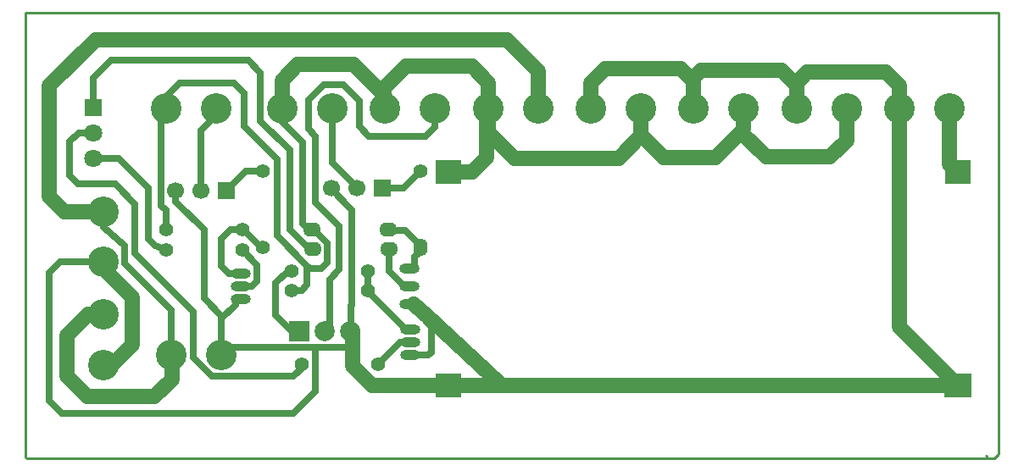
<source format=gbl>
%FSTAX23Y23*%
%MOIN*%
%SFA1B1*%

%IPPOS*%
%ADD12C,0.010000*%
%ADD32R,0.100000X0.092000*%
%ADD33R,0.106000X0.092000*%
%ADD34C,0.120000*%
%ADD35C,0.055118*%
%ADD36C,0.078740*%
%ADD37R,0.078740X0.078740*%
%ADD38O,0.078740X0.039370*%
%ADD39O,0.078740X0.039370*%
%ADD40C,0.070866*%
%ADD41R,0.070866X0.070866*%
%ADD42O,0.070866X0.055118*%
%ADD43O,0.055118X0.070866*%
%ADD44C,0.066929*%
%ADD45R,0.066929X0.066929*%
%ADD46C,0.027559*%
%ADD47C,0.059055*%
%ADD48C,0.060000*%
%LNpcb1-1*%
%LPD*%
G54D12*
X03766Y0285D02*
X0759D01*
X07591Y02849*
Y01111D02*
Y02849D01*
X07575Y01095D02*
X07591Y01111D01*
X03771Y01095D02*
X07575D01*
X03766Y011D02*
X03771Y01095D01*
X03766Y011D02*
Y0285D01*
X07541Y01106D02*
X07547Y011D01*
G54D32*
X07433Y02223D03*
X05427Y01382D03*
Y02223D03*
G54D33*
X07433Y01382D03*
G54D34*
X05376Y02472D03*
X05179D03*
X04971D03*
X04774D03*
X04515D03*
X04318D03*
X04071Y01661D03*
Y01464D03*
X04072Y0187D03*
Y02067D03*
X04535Y01502D03*
X04339D03*
X05989Y02472D03*
X06186D03*
X06393Y02471D03*
X0659D03*
X06798Y02472D03*
X06995D03*
X07203Y02473D03*
X074D03*
X05584Y02472D03*
X05781D03*
G54D35*
X04811Y01756D03*
X05111D03*
X04811Y01834D03*
X05111D03*
X05152Y01466D03*
X04852D03*
X05317Y02226D03*
X04317Y01997D03*
X04617D03*
X04699Y02227D03*
Y01927D03*
X04617Y01917D03*
X04317D03*
G54D36*
X05041Y01596D03*
X04941D03*
G54D37*
X04841Y01596D03*
G54D38*
X05279Y01601D03*
Y01501D03*
X05274Y01842D03*
Y01704D03*
X04613Y01822D03*
Y01722D03*
G54D39*
X05279Y01551D03*
X05274Y01773D03*
X04613Y01772D03*
G54D40*
X04032Y02377D03*
Y02277D03*
G54D41*
X04032Y02477D03*
G54D42*
X04893Y01997D03*
X05193D03*
X05194Y01918D03*
X04894D03*
G54D43*
X05317Y01926D03*
G54D44*
X04968Y0216D03*
X05068D03*
X04356Y0215D03*
X04456D03*
G54D45*
X05168Y0216D03*
X04556Y0215D03*
G54D46*
X04961Y02161D02*
X0505Y02072D01*
X04535Y01531D02*
X04905D01*
X03901Y0187D02*
X04072D01*
X03857Y01826D02*
X03901Y0187D01*
X03857Y01323D02*
Y01826D01*
X03972Y02176D02*
X04117D01*
X0394Y02208D02*
X03972Y02176D01*
X0394Y02208D02*
Y02341D01*
X03976Y02377D02*
X04032D01*
X0394Y02341D02*
X03976Y02377D01*
X04852Y0145D02*
Y01466D01*
X0482Y01418D02*
X04852Y0145D01*
X045Y01418D02*
X0482D01*
X05046Y016D02*
X05052D01*
X04905Y01531D02*
X05052D01*
X05046Y01696D02*
X0505Y017D01*
X05046Y016D02*
Y01696D01*
X05363Y01514D02*
Y01635D01*
X0535Y01501D02*
X05363Y01514D01*
X05279Y01501D02*
X0535D01*
X04756Y01971D02*
X04873Y01854D01*
X04756Y01971D02*
Y02271D01*
X04805Y01995D02*
Y02308D01*
Y01995D02*
X04878Y01922D01*
Y01918D02*
Y01922D01*
Y01918D02*
X04894D01*
X04535Y01645D02*
Y01657D01*
X04467Y01726D02*
X04535Y01657D01*
X04467Y01726D02*
Y01995D01*
X04566Y01822D02*
X04613D01*
X04535Y01853D02*
X04566Y01822D01*
X04693Y01921D02*
X04699Y01927D01*
X04535Y01853D02*
Y0196D01*
Y01531D02*
Y01645D01*
Y01502D02*
Y01531D01*
Y01645D02*
X04591Y017D01*
Y01716*
X04596Y01722*
X04613*
X04535Y0196D02*
X04572Y01997D01*
X04617*
X04676Y01794D02*
Y01857D01*
X04617Y01917D02*
X04676Y01857D01*
X04656Y01774D02*
X04676Y01794D01*
X04615Y01774D02*
X04656D01*
X04613Y01772D02*
X04615Y01774D01*
X03907Y01273D02*
X04818D01*
X03857Y01323D02*
X03907Y01273D01*
X04818D02*
X04904Y01359D01*
X04117Y02176D02*
X04195Y02097D01*
X04877Y02392D02*
X04905Y02364D01*
Y02103D02*
Y02364D01*
Y02103D02*
X05Y02008D01*
X04625Y02402D02*
X04756Y02271D01*
X04625Y02402D02*
Y02533D01*
X0469Y02422D02*
X04805Y02308D01*
X04774Y02419D02*
X04856Y02338D01*
Y0202D02*
Y02338D01*
Y0202D02*
X04866Y0201D01*
X05251Y0216D02*
X05317Y02226D01*
X05168Y0216D02*
X05251D01*
X05193Y01997D02*
X05198Y01991D01*
X05259*
X05317Y01933*
Y01926D02*
Y01933D01*
Y0191D02*
Y01926D01*
X05295Y01889D02*
X05317Y0191D01*
X05295Y01847D02*
Y01889D01*
X0529Y01842D02*
X05295Y01847D01*
X05274Y01842D02*
X0529D01*
X05057Y02172D02*
X05061D01*
X04971Y02258D02*
X05057Y02172D01*
X04971Y02258D02*
Y02472D01*
X04952Y02161D02*
X04961D01*
X0505Y017D02*
Y02072D01*
X04586Y02572D02*
X04625Y02533D01*
X04371Y02572D02*
X04586D01*
X04318Y02519D02*
X04371Y02572D01*
X04318Y02472D02*
Y02519D01*
X04317Y01997D02*
Y02071D01*
X04298Y02089D02*
X04317Y02071D01*
X04298Y02089D02*
Y02427D01*
X04318Y02446D02*
Y02472D01*
X04298Y02427D02*
X04318Y02446D01*
X04515D02*
Y02472D01*
X04456Y02387D02*
X04515Y02446D01*
X04456Y0215D02*
Y02387D01*
X04873Y01778D02*
Y01854D01*
X0469Y02422D02*
Y02613D01*
X04641Y02663D02*
X0469Y02613D01*
X04102Y02663D02*
X04641D01*
X04032Y02593D02*
X04102Y02663D01*
X04032Y02477D02*
Y02593D01*
X05179Y02521D02*
Y02556D01*
X05578Y02466D02*
X05584Y02472D01*
X05376Y02398D02*
Y02472D01*
X0534Y02362D02*
X05376Y02398D01*
X05197Y02362D02*
X0534D01*
X05115Y02363D02*
X05197D01*
X05077Y02401D02*
X05115Y02363D01*
X05077Y02401D02*
Y02503D01*
X05197Y02362D02*
X05197Y02363D01*
X04774Y02419D02*
Y02472D01*
X04877Y02505D02*
X04937Y02566D01*
X04877Y02392D02*
Y02505D01*
X05014Y02566D02*
X05077Y02503D01*
X04937Y02566D02*
X05014D01*
X0475Y01787D02*
X04797Y01834D01*
X0475Y01658D02*
Y01787D01*
Y01658D02*
X04809Y016D01*
X04797Y01834D02*
X04811D01*
X04866Y0201D02*
X04879D01*
X05Y01838D02*
Y02008D01*
X04962Y018D02*
X05Y01838D01*
X04873Y01854D02*
X04884Y01843D01*
X0493*
X04953Y01866*
Y01944*
X049Y01997D02*
X04953Y01944D01*
X04893Y01997D02*
X049D01*
X04851Y01756D02*
X04873Y01778D01*
X04839Y01756D02*
X04851D01*
X04904Y0153D02*
X04905Y01531D01*
X04904Y01359D02*
Y0153D01*
X04356Y02106D02*
X04467Y01995D01*
X04356Y02106D02*
Y0215D01*
X04339Y01502D02*
X04341Y015D01*
X05179Y02472D02*
Y02521D01*
X07426Y01382D02*
X07433D01*
X05274Y01704D02*
X05293D01*
X04195Y01903D02*
Y02097D01*
Y01903D02*
X04425Y01674D01*
Y01493D02*
Y01674D01*
Y01493D02*
X045Y01418D01*
X04032Y02277D02*
X04131D01*
X0425Y02158*
Y01958D02*
Y02158D01*
Y01958D02*
X04276Y01931D01*
X04317Y01917*
X05152Y01466D02*
X05237Y01551D01*
X05279*
X05111Y01756D02*
Y01834D01*
Y01752D02*
Y01756D01*
Y01752D02*
X05262Y01601D01*
X05279*
X05194Y01833D02*
Y01918D01*
Y01833D02*
X05254Y01773D01*
X05274*
X05193Y01997D02*
X05199D01*
X04693Y01927D02*
X04699D01*
X04623Y01997D02*
X04693Y01927D01*
X04617Y01997D02*
X04623D01*
X04809Y016D02*
X04862D01*
X04556Y0215D02*
X04633Y02227D01*
X04699*
X04072Y02006D02*
Y02067D01*
Y02006D02*
X04155Y01933D01*
Y01862D02*
Y01933D01*
Y01862D02*
X04339Y01678D01*
Y01502D02*
Y01678D01*
X04962Y016D02*
Y018D01*
G54D47*
X05052Y01541D02*
Y016D01*
Y0146D02*
Y01531D01*
Y0146D02*
X0513Y01382D01*
X05347Y01651D02*
X05363Y01635D01*
X05293Y01704D02*
X05347Y01651D01*
X03918Y02067D02*
X04072D01*
X0386Y02126D02*
X03918Y02067D01*
X0386Y02126D02*
Y02561D01*
X04041Y02742*
X05584Y02472D02*
Y02574D01*
X05521Y02638D02*
X05584Y02574D01*
X05261Y02638D02*
X05521D01*
X05179Y02556D02*
X05261Y02638D01*
X05578Y02278D02*
Y02466D01*
X05523Y02223D02*
X05578Y02278D01*
X05427Y02223D02*
X05523D01*
X04835Y02645D02*
X05056D01*
X04774Y02584D02*
X04835Y02645D01*
X04774Y02472D02*
Y02584D01*
X05056Y02645D02*
X05179Y02521D01*
X05658Y02742D02*
X05781Y02618D01*
X04041Y02742D02*
X05658D01*
X05781Y02472D02*
Y02618D01*
X04273Y01338D02*
X04341Y01406D01*
X0401Y01338D02*
X04273D01*
X03929Y01419D02*
X0401Y01338D01*
X03929Y01578D02*
X04012Y01661D01*
X03929Y01419D02*
Y01578D01*
X04012Y01661D02*
X04071D01*
X04341Y01406D02*
Y015D01*
X04185Y01544D02*
Y01729D01*
X04105Y01464D02*
X04185Y01544D01*
X04071Y01464D02*
X04105D01*
X04072Y01843D02*
X04185Y01729D01*
X04072Y01843D02*
Y0187D01*
X0564Y01382D02*
X07426D01*
X05427D02*
X0564D01*
X05347Y01651D02*
X0564Y01382D01*
X0513D02*
X05427D01*
G54D48*
X07203Y02473D02*
Y02562D01*
X0715Y02616D02*
X07203Y02562D01*
X0684Y02616D02*
X0715D01*
X06798Y02562D02*
Y02574D01*
Y02472D02*
Y02562D01*
Y02574D02*
X0684Y02616D01*
X0674Y02621D02*
X06798Y02562D01*
X06421Y02621D02*
X0674D01*
X06393Y02578D02*
Y02593D01*
Y02471D02*
Y02578D01*
Y02593D02*
X06421Y02621D01*
X06343Y02629D02*
X06393Y02578D01*
X06045Y02629D02*
X06343D01*
X05989Y02573D02*
X06045Y02629D01*
X05989Y02472D02*
Y02573D01*
X06677Y02281D02*
X0693D01*
X06579Y02379D02*
X06677Y02281D01*
X06478Y02278D02*
X06579Y02379D01*
X06995Y02346D02*
Y02472D01*
X0693Y02281D02*
X06995Y02346D01*
X0659Y02393D02*
Y02471D01*
X06276Y02278D02*
X06478D01*
X06186Y02369D02*
X06276Y02278D01*
X06186Y02365D02*
Y02369D01*
Y02472*
X06097Y02276D02*
X06186Y02365D01*
X05689Y02276D02*
X06097D01*
X05584Y0238D02*
X05689Y02276D01*
X05584Y0238D02*
Y02472D01*
X07203Y01611D02*
Y02473D01*
Y01611D02*
X0741Y01405D01*
Y01398D02*
Y01405D01*
Y01398D02*
X07426Y01382D01*
X074Y02251D02*
Y02473D01*
Y02251D02*
X07429Y02223D01*
X07433*
M02*
</source>
